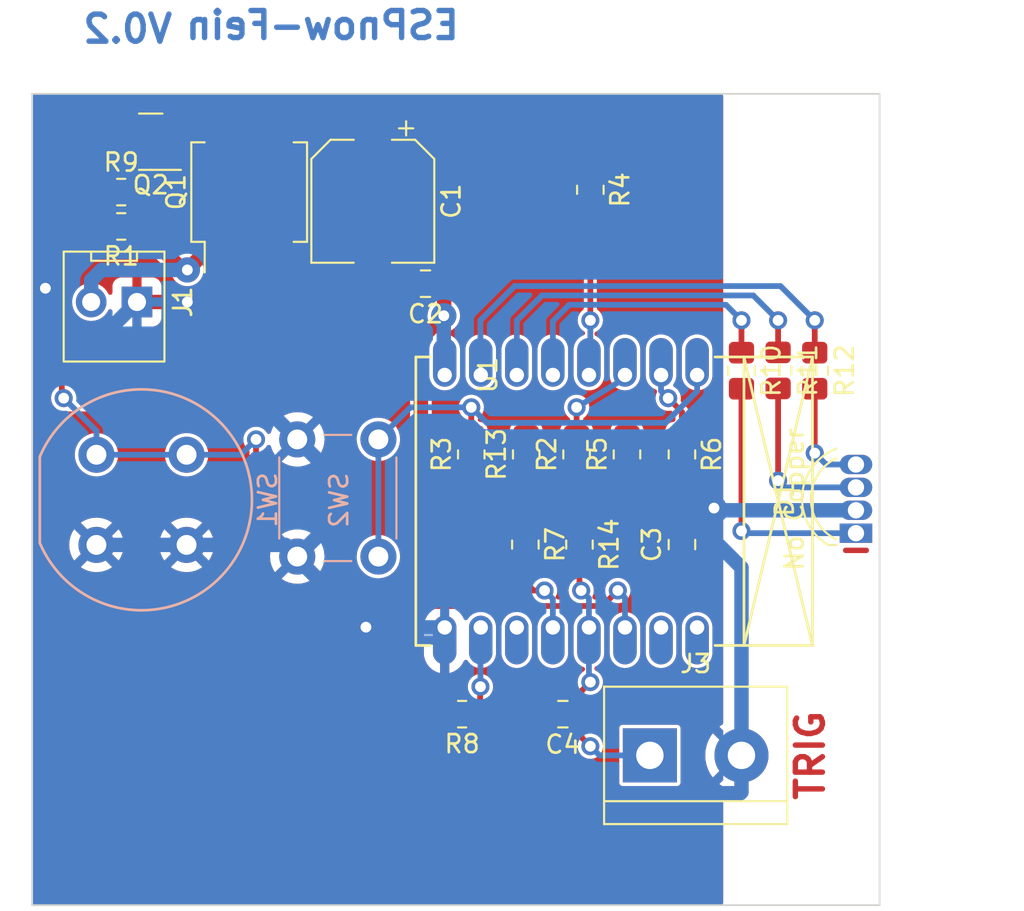
<source format=kicad_pcb>
(kicad_pcb (version 20211014) (generator pcbnew)
  (title_block (title "ESPnow-Remote-Fein") (date "2022-07-19") (rev "0.2"))
  (layers (0 "F.Cu" signal) (31 "B.Cu" signal) (34 "B.Paste" user) (35 "F.Paste" user) (36 "B.SilkS" user "B.Silkscreen") (37 "F.SilkS" user "F.Silkscreen") (38 "B.Mask" user) (39 "F.Mask" user) (44 "Edge.Cuts" user))
  (net 0 "")
  (net 1 "+3V3")
  (net 2 "GND")
  (net 3 "Net-(C3-Pad1)")
  (net 4 "Net-(C4-Pad1)")
  (net 5 "/Tx")
  (net 6 "/Rx")
  (net 7 "/EN")
  (net 8 "/~{RES}")
  (net 9 "/SELF")
  (net 10 "/V_IN")
  (net 11 "/~{BOOT}")
  (net 12 "Net-(R8-Pad1)")
  (net 13 "Net-(R10-Pad1)")
  (net 14 "Net-(R11-Pad1)")
  (net 15 "Net-(Q2-Pad2)")
  (net 16 "/PWR_IN")
  (net 18 "Net-(R10-Pad2)")
  (net 19 "Net-(R11-Pad2)")
  (net 20 "Net-(R12-Pad2)")
  (net 21 "Net-(U1-Pad7)")
  (net 22 "Net-(Q1-Pad4)")
  (net 23 "/spec")
  (footprint "Resistor_SMD:R_0805_2012Metric_Pad1.20x1.40mm_HandSolder" (layer "F.Cu") (at 53.848 73.406 180)
    (fp_text reference "R8" (at 0 -1.65) (layer "F.SilkS"))
    (fp_text value "10k")
    (fp_line (start -0.227064 0.735) (end 0.227064 0.735) (layer "F.SilkS") (width 0.12))
    (fp_line (start -0.227064 -0.735) (end 0.227064 -0.735) (layer "F.SilkS") (width 0.12))
    (pad "1" smd roundrect (at -1 0 180) (size 1.2 1.4) (layers "F.Cu" "F.Paste" "F.Mask") (roundrect_rratio 0.208333) (net 12 "Net-(R8-Pad1)"))
    (pad "2" smd roundrect (at 1 0 180) (size 1.2 1.4) (layers "F.Cu" "F.Paste" "F.Mask") (roundrect_rratio 0.208333) (net 2 "GND"))
  )
  (footprint "Resistor_SMD:R_0805_2012Metric_Pad1.20x1.40mm_HandSolder" (layer "F.Cu") (at 57.404 59 90)
    (fp_text reference "R13" (at 0 -1.65 90) (layer "F.SilkS"))
    (fp_text value "10k")
    (fp_line (start -0.227064 -0.735) (end 0.227064 -0.735) (layer "F.SilkS") (width 0.12))
    (fp_line (start -0.227064 0.735) (end 0.227064 0.735) (layer "F.SilkS") (width 0.12))
    (pad "1" smd roundrect (at -1 0 90) (size 1.2 1.4) (layers "F.Cu" "F.Paste" "F.Mask") (roundrect_rratio 0.208333) (net 1 "+3V3"))
    (pad "2" smd roundrect (at 1 0 90) (size 1.2 1.4) (layers "F.Cu" "F.Paste" "F.Mask") (roundrect_rratio 0.208333) (net 3 "Net-(C3-Pad1)"))
  )
  (footprint "Resistor_SMD:R_0805_2012Metric_Pad1.20x1.40mm_HandSolder" (layer "F.Cu") (at 34.941 46.355 180)
    (fp_text reference "R1" (at 0 -1.65) (layer "F.SilkS"))
    (fp_text value "10k")
    (fp_line (start -0.227064 -0.735) (end 0.227064 -0.735) (layer "F.SilkS") (width 0.12))
    (fp_line (start -0.227064 0.735) (end 0.227064 0.735) (layer "F.SilkS") (width 0.12))
    (pad "1" smd roundrect (at -1 0 180) (size 1.2 1.4) (layers "F.Cu" "F.Paste" "F.Mask") (roundrect_rratio 0.208333) (net 16 "/PWR_IN"))
    (pad "2" smd roundrect (at 1 0 180) (size 1.2 1.4) (layers "F.Cu" "F.Paste" "F.Mask") (roundrect_rratio 0.208333) (net 23 "/spec"))
  )
  (footprint "LED_THT:LED_D5.0mm-4_RGB" (layer "F.Cu") (at 75.692 63.368 90)
    (fp_text reference "D1" (at 1.905 -3.96 90) (layer "F.SilkS"))
    (fp_text value "LED_RKGB")
    (fp_line (start -0.655 -1.545) (end -0.655 -1.08) (layer "F.SilkS") (width 0.12))
    (fp_arc (start -0.349684 -1.08) (mid 1.904762 -2.5) (end 4.159479 -1.080429) (layer "F.SilkS") (width 0.12))
    (fp_arc (start -0.655 -1.54483) (mid 2.163456 -2.978809) (end 4.692815 -1.080827) (layer "F.SilkS") (width 0.12))
    (pad "1" thru_hole rect (at 0 0 90) (size 1.07 1.8) (drill 0.9) (layers *.Cu *.Mask) (net 18 "Net-(R10-Pad2)"))
    (pad "2" thru_hole oval (at 1.27 0 90) (size 1.07 1.8) (drill 0.9) (layers *.Cu *.Mask) (net 2 "GND"))
    (pad "3" thru_hole oval (at 2.54 0 90) (size 1.07 1.8) (drill 0.9) (layers *.Cu *.Mask) (net 19 "Net-(R11-Pad2)"))
    (pad "4" thru_hole oval (at 3.81 0 90) (size 1.07 1.8) (drill 0.9) (layers *.Cu *.Mask) (net 20 "Net-(R12-Pad2)"))
  )
  (footprint "Resistor_SMD:R_0805_2012Metric_Pad1.20x1.40mm_HandSolder" (layer "F.Cu") (at 66.04 59 -90)
    (fp_text reference "R6" (at 0 -1.65 90) (layer "F.SilkS"))
    (fp_text value "10k")
    (fp_line (start -0.227064 -0.735) (end 0.227064 -0.735) (layer "F.SilkS") (width 0.12))
    (fp_line (start -0.227064 0.735) (end 0.227064 0.735) (layer "F.SilkS") (width 0.12))
    (pad "1" smd roundrect (at -1 0 270) (size 1.2 1.4) (layers "F.Cu" "F.Paste" "F.Mask") (roundrect_rratio 0.208333) (net 10 "/V_IN"))
    (pad "2" smd roundrect (at 1 0 270) (size 1.2 1.4) (layers "F.Cu" "F.Paste" "F.Mask") (roundrect_rratio 0.208333) (net 2 "GND"))
  )
  (footprint "Capacitor_SMD:C_0805_2012Metric_Pad1.18x1.45mm_HandSolder" (layer "F.Cu") (at 51.816 49.53 180)
    (fp_text reference "C2" (at 0 -1.68) (layer "F.SilkS"))
    (fp_text value "220n")
    (fp_line (start -0.261252 -0.735) (end 0.261252 -0.735) (layer "F.SilkS") (width 0.12))
    (fp_line (start -0.261252 0.735) (end 0.261252 0.735) (layer "F.SilkS") (width 0.12))
    (pad "1" smd roundrect (at -1.0375 0 180) (size 1.175 1.45) (layers "F.Cu" "F.Paste" "F.Mask") (roundrect_rratio 0.212766) (net 1 "+3V3"))
    (pad "2" smd roundrect (at 1.0375 0 180) (size 1.175 1.45) (layers "F.Cu" "F.Paste" "F.Mask") (roundrect_rratio 0.212766) (net 2 "GND"))
  )
  (footprint "Resistor_SMD:R_0805_2012Metric_Pad1.20x1.40mm_HandSolder" (layer "F.Cu") (at 57.356 64 -90)
    (fp_text reference "R7" (at 0 -1.65 90) (layer "F.SilkS"))
    (fp_text value "10k")
    (fp_line (start -0.227064 0.735) (end 0.227064 0.735) (layer "F.SilkS") (width 0.12))
    (fp_line (start -0.227064 -0.735) (end 0.227064 -0.735) (layer "F.SilkS") (width 0.12))
    (pad "1" smd roundrect (at -1 0 270) (size 1.2 1.4) (layers "F.Cu" "F.Paste" "F.Mask") (roundrect_rratio 0.208333) (net 1 "+3V3"))
    (pad "2" smd roundrect (at 1 0 270) (size 1.2 1.4) (layers "F.Cu" "F.Paste" "F.Mask") (roundrect_rratio 0.208333) (net 11 "/~{BOOT}"))
  )
  (footprint "Resistor_SMD:R_0805_2012Metric_Pad1.20x1.40mm_HandSolder" (layer "F.Cu") (at 60.96 44.323 -90)
    (fp_text reference "R4" (at 0 -1.65 90) (layer "F.SilkS"))
    (fp_text value "10k")
    (fp_line (start -0.227064 0.735) (end 0.227064 0.735) (layer "F.SilkS") (width 0.12))
    (fp_line (start -0.227064 -0.735) (end 0.227064 -0.735) (layer "F.SilkS") (width 0.12))
    (pad "1" smd roundrect (at -1 0 270) (size 1.2 1.4) (layers "F.Cu" "F.Paste" "F.Mask") (roundrect_rratio 0.208333) (net 15 "Net-(Q2-Pad2)"))
    (pad "2" smd roundrect (at 1 0 270) (size 1.2 1.4) (layers "F.Cu" "F.Paste" "F.Mask") (roundrect_rratio 0.208333) (net 9 "/SELF"))
  )
  (footprint "Resistor_SMD:R_0805_2012Metric_Pad1.20x1.40mm_HandSolder" (layer "F.Cu") (at 71.374 54.34 -90)
    (fp_text reference "R11" (at 0 -1.65 90) (layer "F.SilkS"))
    (fp_text value "470R")
    (fp_line (start -0.227064 0.735) (end 0.227064 0.735) (layer "F.SilkS") (width 0.12))
    (fp_line (start -0.227064 -0.735) (end 0.227064 -0.735) (layer "F.SilkS") (width 0.12))
    (pad "1" smd roundrect (at -1 0 270) (size 1.2 1.4) (layers "F.Cu" "F.Paste" "F.Mask") (roundrect_rratio 0.208333) (net 14 "Net-(R11-Pad1)"))
    (pad "2" smd roundrect (at 1 0 270) (size 1.2 1.4) (layers "F.Cu" "F.Paste" "F.Mask") (roundrect_rratio 0.208333) (net 19 "Net-(R11-Pad2)"))
  )
  (footprint "Resistor_SMD:R_0805_2012Metric_Pad1.20x1.40mm_HandSolder" (layer "F.Cu") (at 60.356 64 -90)
    (fp_text reference "R14" (at 0 -1.65 90) (layer "F.SilkS"))
    (fp_text value "10k")
    (fp_line (start -0.227064 0.735) (end 0.227064 0.735) (layer "F.SilkS") (width 0.12))
    (fp_line (start -0.227064 -0.735) (end 0.227064 -0.735) (layer "F.SilkS") (width 0.12))
    (pad "1" smd roundrect (at -1 0 270) (size 1.2 1.4) (layers "F.Cu" "F.Paste" "F.Mask") (roundrect_rratio 0.208333) (net 1 "+3V3"))
    (pad "2" smd roundrect (at 1 0 270) (size 1.2 1.4) (layers "F.Cu" "F.Paste" "F.Mask") (roundrect_rratio 0.208333) (net 4 "Net-(C4-Pad1)"))
  )
  (footprint "Resistor_SMD:R_0805_2012Metric_Pad1.20x1.40mm_HandSolder" (layer "F.Cu") (at 73.406 54.356 -90)
    (fp_text reference "R12" (at 0 -1.65 90) (layer "F.SilkS"))
    (fp_text value "470R")
    (fp_line (start -0.227064 -0.735) (end 0.227064 -0.735) (layer "F.SilkS") (width 0.12))
    (fp_line (start -0.227064 0.735) (end 0.227064 0.735) (layer "F.SilkS") (width 0.12))
    (pad "1" smd roundrect (at -1 0 270) (size 1.2 1.4) (layers "F.Cu" "F.Paste" "F.Mask") (roundrect_rratio 0.208333) (net 21 "Net-(U1-Pad7)"))
    (pad "2" smd roundrect (at 1 0 270) (size 1.2 1.4) (layers "F.Cu" "F.Paste" "F.Mask") (roundrect_rratio 0.208333) (net 20 "Net-(R12-Pad2)"))
  )
  (footprint "Capacitor_SMD:C_0805_2012Metric_Pad1.18x1.45mm_HandSolder" (layer "F.Cu") (at 66.04 64 90)
    (fp_text reference "C3" (at 0 -1.68 90) (layer "F.SilkS"))
    (fp_text value "10n")
    (fp_line (start -0.261252 -0.735) (end 0.261252 -0.735) (layer "F.SilkS") (width 0.12))
    (fp_line (start -0.261252 0.735) (end 0.261252 0.735) (layer "F.SilkS") (width 0.12))
    (pad "1" smd roundrect (at -1.0375 0 90) (size 1.175 1.45) (layers "F.Cu" "F.Paste" "F.Mask") (roundrect_rratio 0.212766) (net 3 "Net-(C3-Pad1)"))
    (pad "2" smd roundrect (at 1.0375 0 90) (size 1.175 1.45) (layers "F.Cu" "F.Paste" "F.Mask") (roundrect_rratio 0.212766) (net 2 "GND"))
  )
  (footprint "Resistor_SMD:R_0805_2012Metric_Pad1.20x1.40mm_HandSolder" (layer "F.Cu") (at 62.992 59 90)
    (fp_text reference "R5" (at 0 -1.65 90) (layer "F.SilkS"))
    (fp_text value "27k")
    (fp_line (start -0.227064 0.735) (end 0.227064 0.735) (layer "F.SilkS") (width 0.12))
    (fp_line (start -0.227064 -0.735) (end 0.227064 -0.735) (layer "F.SilkS") (width 0.12))
    (pad "1" smd roundrect (at -1 0 90) (size 1.2 1.4) (layers "F.Cu" "F.Paste" "F.Mask") (roundrect_rratio 0.208333) (net 1 "+3V3"))
    (pad "2" smd roundrect (at 1 0 90) (size 1.2 1.4) (layers "F.Cu" "F.Paste" "F.Mask") (roundrect_rratio 0.208333) (net 10 "/V_IN"))
  )
  (footprint "Package_SO:SO-8_5.3x6.2mm_P1.27mm" (layer "F.Cu") (at 42.037 44.45 90)
    (fp_text reference "Q1" (at 0 -4.05 90) (layer "F.SilkS"))
    (fp_text value "IRF7425")
    (fp_line (start 0 -3.21) (end 2.76 -3.21) (layer "F.SilkS") (width 0.12))
    (fp_line (start 0 3.21) (end 2.76 3.21) (layer "F.SilkS") (width 0.12))
    (fp_line (start -2.76 3.21) (end -2.76 2.465) (layer "F.SilkS") (width 0.12))
    (fp_line (start 2.76 -3.21) (end 2.76 -2.465) (layer "F.SilkS") (width 0.12))
    (fp_line (start -2.76 -3.21) (end -2.76 -2.465) (layer "F.SilkS") (width 0.12))
    (fp_line (start -2.76 -2.465) (end -4.45 -2.465) (layer "F.SilkS") (width 0.12))
    (fp_line (start 0 -3.21) (end -2.76 -3.21) (layer "F.SilkS") (width 0.12))
    (fp_line (start 0 3.21) (end -2.76 3.21) (layer "F.SilkS") (width 0.12))
    (fp_line (start 2.76 3.21) (end 2.76 2.465) (layer "F.SilkS") (width 0.12))
    (pad "1" smd roundrect (at -3.5 -1.905 90) (size 1.9 0.6) (layers "F.Cu" "F.Paste" "F.Mask") (net 16 "/PWR_IN"))
    (pad "2" smd roundrect (at -3.5 -0.635 90) (size 1.9 0.6) (layers "F.Cu" "F.Paste" "F.Mask") (net 16 "/PWR_IN"))
    (pad "3" smd roundrect (at -3.5 0.635 90) (size 1.9 0.6) (layers "F.Cu" "F.Paste" "F.Mask") (net 16 "/PWR_IN"))
    (pad "4" smd roundrect (at -3.5 1.905 90) (size 1.9 0.6) (layers "F.Cu" "F.Paste" "F.Mask") (net 22 "Net-(Q1-Pad4)"))
    (pad "5" smd roundrect (at 3.5 1.905 90) (size 1.9 0.6) (layers "F.Cu" "F.Paste" "F.Mask") (net 1 "+3V3"))
    (pad "6" smd roundrect (at 3.5 0.635 90) (size 1.9 0.6) (layers "F.Cu" "F.Paste" "F.Mask") (net 1 "+3V3"))
    (pad "7" smd roundrect (at 3.5 -0.635 90) (size 1.9 0.6) (layers "F.Cu" "F.Paste" "F.Mask") (net 1 "+3V3"))
    (pad "8" smd roundrect (at 3.5 -1.905 90) (size 1.9 0.6) (layers "F.Cu" "F.Paste" "F.Mask") (net 1 "+3V3"))
  )
  (footprint "Capacitor_SMD:C_0805_2012Metric_Pad1.18x1.45mm_HandSolder" (layer "F.Cu") (at 59.436 73.406 180)
    (fp_text reference "C4" (at 0 -1.68) (layer "F.SilkS"))
    (fp_text value "10n")
    (fp_line (start -0.261252 -0.735) (end 0.261252 -0.735) (layer "F.SilkS") (width 0.12))
    (fp_line (start -0.261252 0.735) (end 0.261252 0.735) (layer "F.SilkS") (width 0.12))
    (pad "1" smd roundrect (at -1.0375 0 180) (size 1.175 1.45) (layers "F.Cu" "F.Paste" "F.Mask") (roundrect_rratio 0.212766) (net 4 "Net-(C4-Pad1)"))
    (pad "2" smd roundrect (at 1.0375 0 180) (size 1.175 1.45) (layers "F.Cu" "F.Paste" "F.Mask") (roundrect_rratio 0.212766) (net 2 "GND"))
  )
  (footprint "Resistor_SMD:R_0805_2012Metric_Pad1.20x1.40mm_HandSolder" (layer "F.Cu") (at 34.941 44.45)
    (fp_text reference "R9" (at 0 -1.65) (layer "F.SilkS"))
    (fp_text value "100k")
    (fp_line (start -0.227064 0.735) (end 0.227064 0.735) (layer "F.SilkS") (width 0.12))
    (fp_line (start -0.227064 -0.735) (end 0.227064 -0.735) (layer "F.SilkS") (width 0.12))
    (pad "1" smd roundrect (at -1 0) (size 1.2 1.4) (layers "F.Cu" "F.Paste" "F.Mask") (roundrect_rratio 0.208333) (net 23 "/spec"))
    (pad "2" smd roundrect (at 1 0) (size 1.2 1.4) (layers "F.Cu" "F.Paste" "F.Mask") (roundrect_rratio 0.208333) (net 22 "Net-(Q1-Pad4)"))
  )
  (footprint "TerminalBlock:TerminalBlock_bornier-2_P5.08mm" (layer "F.Cu") (at 64.262 75.692)
    (fp_text reference "J3" (at 2.54 -5.08) (layer "F.SilkS"))
    (fp_text value "TRIG")
    (fp_line (start 7.62 -3.81) (end -2.54 -3.81) (layer "F.SilkS") (width 0.12))
    (fp_line (start -2.54 3.81) (end 7.62 3.81) (layer "F.SilkS") (width 0.12))
    (fp_line (start -2.54 -3.81) (end -2.54 3.81) (layer "F.SilkS") (width 0.12))
    (fp_line (start 7.62 2.54) (end -2.54 2.54) (layer "F.SilkS") (width 0.12))
    (fp_line (start 7.62 3.81) (end 7.62 -3.81) (layer "F.SilkS") (width 0.12))
    (pad "1" thru_hole rect (at 0 0) (size 3 3) (drill 1.52) (layers *.Cu *.Mask) (net 4 "Net-(C4-Pad1)"))
    (pad "2" thru_hole circle (at 5.08 0) (size 3 3) (drill 1.52) (layers *.Cu *.Mask) (net 2 "GND"))
  )
  (footprint "Resistor_SMD:R_0805_2012Metric_Pad1.20x1.40mm_HandSolder" (layer "F.Cu") (at 60.198 59 90)
    (fp_text reference "R2" (at 0 -1.65 90) (layer "F.SilkS"))
    (fp_text value "10k")
    (fp_line (start -0.227064 -0.735) (end 0.227064 -0.735) (layer "F.SilkS") (width 0.12))
    (fp_line (start -0.227064 0.735) (end 0.227064 0.735) (layer "F.SilkS") (width 0.12))
    (pad "1" smd roundrect (at -1 0 90) (size 1.2 1.4) (layers "F.Cu" "F.Paste" "F.Mask") (roundrect_rratio 0.208333) (net 1 "+3V3"))
    (pad "2" smd roundrect (at 1 0 90) (size 1.2 1.4) (layers "F.Cu" "F.Paste" "F.Mask") (roundrect_rratio 0.208333) (net 7 "/EN"))
  )
  (footprint "00Connector:PinHeader_1x02_P2.54mm_Vertical" (layer "F.Cu") (at 35.814 50.546 -90)
    (fp_text reference "J1" (at 0 -2.54 90) (layer "F.SilkS"))
    (fp_text value "2*AA")
    (fp_line (start -2.286 2.54) (end -2.794 2.54) (layer "F.SilkS") (width 0.12))
    (fp_line (start -2.794 0) (end -2.286 0) (layer "F.SilkS") (width 0.12))
    (fp_line (start -2.286 0) (end -2.286 2.54) (layer "F.SilkS") (width 0.12))
    (fp_rect (start -2.794 -1.524) (end 3.302 4.064) (layer "F.SilkS") (width 0.12) (fill none))
    (pad "1" thru_hole rect (at 0 0 270) (size 1.7 1.7) (drill 1) (layers *.Cu *.Mask) (net 2 "GND"))
    (pad "2" thru_hole oval (at 0 2.54 270) (size 1.7 1.7) (drill 1) (layers *.Cu *.Mask) (net 16 "/PWR_IN"))
  )
  (footprint "Resistor_SMD:R_0805_2012Metric_Pad1.20x1.40mm_HandSolder" (layer "F.Cu") (at 54.356 59 90)
    (fp_text reference "R3" (at 0 -1.65 90) (layer "F.SilkS"))
    (fp_text value "10k")
    (fp_line (start -0.227064 0.735) (end 0.227064 0.735) (layer "F.SilkS") (width 0.12))
    (fp_line (start -0.227064 -0.735) (end 0.227064 -0.735) (layer "F.SilkS") (width 0.12))
    (pad "1" smd roundrect (at -1 0 90) (size 1.2 1.4) (layers "F.Cu" "F.Paste" "F.Mask") (roundrect_rratio 0.208333) (net 1 "+3V3"))
    (pad "2" smd roundrect (at 1 0 90) (size 1.2 1.4) (layers "F.Cu" "F.Paste" "F.Mask") (roundrect_rratio 0.208333) (net 8 "/~{RES}"))
  )
  (footprint "Package_TO_SOT_SMD:SOT-23" (layer "F.Cu") (at 36.576 41.656 180)
    (fp_text reference "Q2" (at 0 -2.4) (layer "F.SilkS"))
    (fp_text value "BC847")
    (fp_line (start 0 1.56) (end 0.65 1.56) (layer "F.SilkS") (width 0.12))
    (fp_line (start 0 -1.56) (end 0.65 -1.56) (layer "F.SilkS") (width 0.12))
    (fp_line (start 0 -1.56) (end -1.675 -1.56) (layer "F.SilkS") (width 0.12))
    (fp_line (start 0 1.56) (end -0.65 1.56) (layer "F.SilkS") (width 0.12))
    (pad "1" smd roundrect (at -0.9375 -0.95 180) (size 1.475 0.6) (layers "F.Cu" "F.Paste" "F.Mask") (net 22 "Net-(Q1-Pad4)"))
    (pad "2" smd roundrect (at -0.9375 0.95 180) (size 1.475 0.6) (layers "F.Cu" "F.Paste" "F.Mask") (net 15 "Net-(Q2-Pad2)"))
    (pad "3" smd roundrect (at 0.9375 0 180) (size 1.475 0.6) (layers "F.Cu" "F.Paste" "F.Mask") (net 2 "GND"))
  )
  (footprint "ESP_07_THT:ESP-07_tht" (layer "F.Cu") (at 66.881 54.595 -90)
    (fp_text reference "U1" (at 0 11.6 90) (layer "F.SilkS"))
    (fp_text value "ESP-07")
    (fp_text user "No Copper" (at 6.892 -5.4 90) (layer "F.SilkS"))
    (fp_line (start 15 15.6) (end 15 14.8) (layer "F.SilkS") (width 0.1524))
    (fp_line (start -1 -6.4) (end 15 -2.6) (layer "F.SilkS") (width 0.1524))
    (fp_line (start -1 -6.4) (end 15 -6.4) (layer "F.SilkS") (width 0.1524))
    (fp_line (start 15 -6.4) (end 15 -1) (layer "F.SilkS") (width 0.1524))
    (fp_line (start -1.008 -2.6) (end 14.992 -2.6) (layer "F.SilkS") (width 0.1524))
    (fp_line (start 15 -6.4) (end -1 -2.6) (layer "F.SilkS") (width 0.1524))
    (fp_line (start -1 15.6) (end 15 15.6) (layer "F.SilkS") (width 0.1524))
    (fp_line (start -1 -6.4) (end -1 -1) (layer "F.SilkS") (width 0.1524))
    (fp_line (start -1 14.8) (end -1 15.6) (layer "F.SilkS") (width 0.1524))
    (pad "1" thru_hole oval locked (at 0 0 270) (size 2.7 1.3) (drill 0.8 (offset -0.7 0)) (layers *.Cu *.Mask) (net 8 "/~{RES}"))
    (pad "2" thru_hole oval locked (at 0 2 270) (size 2.7 1.3) (drill 0.8 (offset -0.7 0)) (layers *.Cu *.Mask) (net 10 "/V_IN"))
    (pad "3" thru_hole oval locked (at 0 4 270) (size 2.7 1.3) (drill 0.8 (offset -0.7 0)) (layers *.Cu *.Mask) (net 7 "/EN"))
    (pad "4" thru_hole oval locked (at 0 6 270) (size 2.7 1.3) (drill 0.8 (offset -0.7 0)) (layers *.Cu *.Mask) (net 9 "/SELF"))
    (pad "5" thru_hole oval locked (at 0 8 270) (size 2.7 1.3) (drill 0.8 (offset -0.7 0)) (layers *.Cu *.Mask) (net 13 "Net-(R10-Pad1)"))
    (pad "6" thru_hole oval locked (at 0 10 270) (size 2.7 1.3) (drill 0.8 (offset -0.7 0)) (layers *.Cu *.Mask) (net 14 "Net-(R11-Pad1)"))
    (pad "7" thru_hole oval locked (at 0 12 270) (size 2.7 1.3) (drill 0.8 (offset -0.7 0)) (layers *.Cu *.Mask) (net 21 "Net-(U1-Pad7)"))
    (pad "8" thru_hole oval locked (at 0 14 270) (size 2.7 1.3) (drill 0.8 (offset -0.7 0)) (layers *.Cu *.Mask) (net 1 "+3V3"))
    (pad "9" thru_hole oval locked (at 14 14 270) (size 2.7 1.3) (drill 0.8 (offset 0.7 0)) (layers *.Cu *.Mask) (net 2 "GND"))
    (pad "10" thru_hole oval locked (at 14 12 270) (size 2.7 1.3) (drill 0.8 (offset 0.7 0)) (layers *.Cu *.Mask) (net 12 "Net-(R8-Pad1)"))
    (pad "11" thru_hole oval locked (at 14 10 270) (size 2.7 1.3) (drill 0.8 (offset 0.7 0)) (layers *.Cu *.Mask))
    (pad "12" thru_hole oval locked (at 14 8 270) (size 2.7 1.3) (drill 0.8 (offset 0.7 0)) (layers *.Cu *.Mask) (net 11 "/~{BOOT}"))
    (pad "13" thru_hole oval locked (at 14 6 270) (size 2.7 1.3) (drill 0.8 (offset 0.7 0)) (layers *.Cu *.Mask) (net 4 "Net-(C4-Pad1)"))
    (pad "14" thru_hole oval locked (at 14 4 270) (size 2.7 1.3) (drill 0.8 (offset 0.7 0)) (layers *.Cu *.Mask) (net 23 "/spec"))
    (pad "15" thru_hole oval locked (at 14 2 270) (size 2.7 1.3) (drill 0.8 (offset 0.7 0)) (layers *.Cu *.Mask) (net 6 "/Rx"))
    (pad "16" thru_hole oval locked (at 14 0 270) (size 2.7 1.3) (drill 0.8 (offset 0.7 0)) (layers *.Cu *.Mask) (net 5 "/Tx"))
  )
  (footprint "Resistor_SMD:R_0805_2012Metric_Pad1.20x1.40mm_HandSolder" (layer "F.Cu") (at 69.342 54.356 -90)
    (fp_text reference "R10" (at 0 -1.65 90) (layer "F.SilkS"))
    (fp_text value "470R")
    (fp_line (start -0.227064 -0.735) (end 0.227064 -0.735) (layer "F.SilkS") (width 0.12))
    (fp_line (start -0.227064 0.735) (end 0.227064 0.735) (layer "F.SilkS") (width 0.12))
    (pad "1" smd roundrect (at -1 0 270) (size 1.2 1.4) (layers "F.Cu" "F.Paste" "F.Mask") (roundrect_rratio 0.208333) (net 13 "Net-(R10-Pad1)"))
    (pad "2" smd roundrect (at 1 0 270) (size 1.2 1.4) (layers "F.Cu" "F.Paste" "F.Mask") (roundrect_rratio 0.208333) (net 18 "Net-(R10-Pad2)"))
  )
  (footprint "Capacitor_SMD:CP_Elec_6.3x3" (layer "F.Cu") (at 48.895 44.958 -90)
    (fp_text reference "C1" (at 0 -4.35 90) (layer "F.SilkS"))
    (fp_text value "100uF")
    (fp_line (start -2.345563 3.41) (end 3.41 3.41) (layer "F.SilkS") (width 0.12))
    (fp_line (start -3.41 2.345563) (end -2.345563 3.41) (layer "F.SilkS") (width 0.12))
    (fp_line (start -3.41 -2.345563) (end -3.41 -1.06) (layer "F.SilkS") (width 0.12))
    (fp_line (start -3.41 -2.345563) (end -2.345563 -3.41) (layer "F.SilkS") (width 0.12))
    (fp_line (start -4.04375 -2.24125) (end -4.04375 -1.45375) (layer "F.SilkS") (width 0.12))
    (fp_line (start 3.41 -3.41) (end 3.41 -1.06) (layer "F.SilkS") (width 0.12))
    (fp_line (start -3.41 2.345563) (end -3.41 1.06) (layer "F.SilkS") (width 0.12))
    (fp_line (start 3.41 3.41) (end 3.41 1.06) (layer "F.SilkS") (width 0.12))
    (fp_line (start -2.345563 -3.41) (end 3.41 -3.41) (layer "F.SilkS") (width 0.12))
    (fp_line (start -4.4375 -1.8475) (end -3.65 -1.8475) (layer "F.SilkS") (width 0.12))
    (pad "1" smd roundrect (at -2.7 0 270) (size 3.5 1.6) (layers "F.Cu" "F.Paste" "F.Mask") (roundrect_rratio 0.15625) (net 1 "+3V3"))
    (pad "2" smd roundrect (at 2.7 0 270) (size 3.5 1.6) (layers "F.Cu" "F.Paste" "F.Mask") (roundrect_rratio 0.15625) (net 2 "GND"))
  )
  (footprint "Button_Switch_THT:Push_E-Switch_KS01Q01" (layer "B.Cu") (at 38.565743 64.018 90)
    (fp_text reference "SW1" (at 2.5 4.5 90) (layer "B.SilkS") (effects (justify mirror)))
    (fp_text value "SW_Push")
    (fp_line (start 4.89 -8.14) (end 0.11 -8.14) (layer "B.SilkS") (width 0.15))
    (fp_arc (start 4.896843 -8.137095) (mid 2.496283 3.625494) (end 0.11 -8.14) (layer "B.SilkS") (width 0.15))
    (pad "1" thru_hole circle (at 0 0 90) (size 2 2) (drill 1.1) (layers *.Cu *.Mask) (net 2 "GND"))
    (pad "2" thru_hole circle (at 5 0 90) (size 2 2) (drill 1.1) (layers *.Cu *.Mask) (net 23 "/spec"))
    (pad "3" thru_hole circle (at 0 -5 90) (size 2 2) (drill 1.1) (layers *.Cu *.Mask) (net 2 "GND"))
    (pad "4" thru_hole circle (at 5 -5 90) (size 2 2) (drill 1.1) (layers *.Cu *.Mask) (net 23 "/spec"))
  )
  (footprint "Button_Switch_THT:SW_PUSH_6mm_H4.3mm" (layer "B.Cu") (at 44.704 58.166 -90)
    (fp_text reference "SW2" (at 3.3688 -2.3116 90) (layer "B.SilkS") (effects (justify mirror)))
    (fp_text value "RES")
    (fp_line (start 6.75 -3) (end 6.75 -1.5) (layer "B.SilkS") (width 0.12))
    (fp_line (start 1 -5.5) (end 5.5 -5.5) (layer "B.SilkS") (width 0.12))
    (fp_line (start 5.5 1) (end 1 1) (layer "B.SilkS") (width 0.12))
    (fp_line (start -0.25 -1.5) (end -0.25 -3) (layer "B.SilkS") (width 0.12))
    (pad "1" thru_hole circle (at 0 0 180) (size 2 2) (drill 1.1) (layers *.Cu *.Mask) (net 2 "GND"))
    (pad "1" thru_hole circle (at 6.5 0 180) (size 2 2) (drill 1.1) (layers *.Cu *.Mask) (net 2 "GND"))
    (pad "2" thru_hole circle (at 6.5 -4.5 180) (size 2 2) (drill 1.1) (layers *.Cu *.Mask) (net 8 "/~{RES}"))
    (pad "2" thru_hole circle (at 0 -4.5 180) (size 2 2) (drill 1.1) (layers *.Cu *.Mask) (net 8 "/~{RES}"))
  )
  (gr_line locked (start 77 84) (end 30 84) (layer "Edge.Cuts") (width 0.1))
  (gr_line locked (start 77 39) (end 77 84) (layer "Edge.Cuts") (width 0.1))
  (gr_line locked (start 30 84) (end 30 39) (layer "Edge.Cuts") (width 0.1))
  (gr_line locked (start 30 39) (end 77 39) (layer "Edge.Cuts") (width 0.1))
  (gr_text "+  -" (at 34.798 54.61) (layer "F.Cu") (effects (font (size 1.5 1.5) (thickness 0.3))))
  (gr_text "_\n" (at 75.692 63.5) (layer "F.Cu") (effects (font (size 1.5 1.5) (thickness 0.3)) (justify mirror)))
  (gr_text "TRIG" (at 73.152 75.692 90) (layer "F.Cu") (effects (font (size 1.5 1.5) (thickness 0.3))))
  (gr_text "1" (at 40.132 45.72) (layer "F.Cu") (effects (font (size 1.5 1.5) (thickness 0.3))))
  (gr_text "RST" (at 46.99 55.626 270) (layer "F.Cu") (effects (font (size 1.5 1.5) (thickness 0.3))))
  (gr_text "C@mpus-\nWoche 2022" (at 38.354 73.152) (layer "F.Cu") (effects (font (size 1.5 1.5) (thickness 0.3))))
  (gr_text "ESPnow-Fein" (at 46.1 35.2) (layer "B.Cu") (effects (font (size 1.5 1.5) (thickness 0.3)) (justify mirror)))
  (gr_text "V0.2\n" (at 35.3 35.4) (layer "B.Cu") (effects (font (size 1.5 1.5) (thickness 0.3)) (justify mirror)))
  (segment (start 60.356 61.88) (end 59.944 61.468) (width 0.8) (layer "F.Cu") (net 1))
  (segment (start 62.992 60.96) (end 62.992 60) (width 0.8) (layer "F.Cu") (net 1))
  (segment (start 56.896 61.468) (end 59.944 61.468) (width 0.8) (layer "F.Cu") (net 1))
  (segment (start 48.895 42.258) (end 51.148 42.258) (width 0.8) (layer "F.Cu") (net 1))
  (segment (start 54.356 60) (end 54.356 60.96) (width 0.8) (layer "F.Cu") (net 1))
  (segment (start 52.8535 51.2865) (end 52.832 51.308) (width 0.8) (layer "F.Cu") (net 1))
  (segment (start 45.522 40.95) (end 46.83 42.258) (width 0.8) (layer "F.Cu") (net 1))
  (segment (start 57.356 60) (end 57.356 61.008) (width 0.8) (layer "F.Cu") (net 1))
  (segment (start 52.8535 51.2865) (end 51.562 52.578) (width 0.8) (layer "F.Cu") (net 1))
  (segment (start 40.132 40.95) (end 45.522 40.95) (width 0.8) (layer "F.Cu") (net 1))
  (segment (start 60.356 61.056) (end 60.356 60) (width 0.8) (layer "F.Cu") (net 1))
  (segment (start 57.356 63) (end 57.356 61.928) (width 0.8) (layer "F.Cu") (net 1))
  (segment (start 59.944 61.468) (end 60.356 61.056) (width 0.8) (layer "F.Cu") (net 1))
  (segment (start 60.356 63) (end 60.356 61.88) (width 0.8) (layer "F.Cu") (net 1))
  (segment (start 51.562 60.706) (end 52.324 61.468) (width 0.8) (layer "F.Cu") (net 1))
  (segment (start 51.148 42.258) (end 52.8535 43.9635) (width 0.8) (layer "F.Cu") (net 1))
  (segment (start 59.944 61.468) (end 62.484 61.468) (width 0.8) (layer "F.Cu") (net 1))
  (segment (start 53.848 61.468) (end 56.896 61.468) (width 0.8) (layer "F.Cu") (net 1))
  (segment (start 57.356 61.928) (end 56.896 61.468) (width 0.8) (layer "F.Cu") (net 1))
  (segment (start 52.8535 49.53) (end 52.8535 51.2865) (width 0.8) (layer "F.Cu") (net 1))
  (segment (start 62.484 61.468) (end 62.992 60.96) (width 0.8) (layer "F.Cu") (net 1))
  (segment (start 52.8535 43.9635) (end 52.8535 49.53) (width 0.8) (layer "F.Cu") (net 1))
  (segment (start 46.83 42.258) (end 48.895 42.258) (width 0.8) (layer "F.Cu") (net 1))
  (segment (start 51.562 52.578) (end 51.562 60.706) (width 0.8) (layer "F.Cu") (net 1))
  (segment (start 54.356 60.96) (end 53.848 61.468) (width 0.8) (layer "F.Cu") (net 1))
  (segment (start 52.324 61.468) (end 53.848 61.468) (width 0.8) (layer "F.Cu") (net 1))
  (segment (start 57.356 61.008) (end 56.896 61.468) (width 0.8) (layer "F.Cu") (net 1))
  (via (at 52.832 51.308) (size 1.4) (drill 0.6) (layers "F.Cu" "B.Cu") (net 1))
  (segment (start 52.832 54.546) (end 52.881 54.595) (width 0.8) (layer "B.Cu") (net 1))
  (segment (start 52.832 51.308) (end 52.832 54.546) (width 0.8) (layer "B.Cu") (net 1))
  (segment (start 54.356 75.692) (end 52.848 74.184) (width 0.8) (layer "F.Cu") (net 2))
  (segment (start 50.7785 49.53) (end 50.7785 48.2385) (width 0.8) (layer "F.Cu") (net 2))
  (segment (start 57.404 75.692) (end 54.356 75.692) (width 0.8) (layer "F.Cu") (net 2))
  (segment (start 30.734 49.784) (end 30.734 44.45) (width 0.8) (layer "F.Cu") (net 2))
  (segment (start 47.338 47.658) (end 48.895 47.658) (width 0.8) (layer "F.Cu") (net 2))
  (segment (start 46.482 48.514) (end 47.338 47.658) (width 0.8) (layer "F.Cu") (net 2))
  (segment (start 66.04 61.468) (end 66.04 60) (width 0.8) (layer "F.Cu") (net 2))
  (segment (start 67.818 61.976) (end 67.31 61.468) (width 0.8) (layer "F.Cu") (net 2))
  (segment (start 58.3985 74.6975) (end 57.404 75.692) (width 0.8) (layer "F.Cu") (net 2))
  (segment (start 30.734 44.45) (end 33.528 41.656) (width 0.8) (layer "F.Cu") (net 2))
  (segment (start 58.3985 73.152) (end 58.42 73.1735) (width 0.8) (layer "F.Cu") (net 2))
  (segment (start 45.466 50.546) (end 38.608 50.546) (width 0.8) (layer "F.Cu") (net 2))
  (segment (start 48.514 71.374) (end 50.546 73.406) (width 0.8) (layer "F.Cu") (net 2))
  (segment (start 67.31 61.468) (end 66.04 61.468) (width 0.8) (layer "F.Cu") (net 2))
  (segment (start 33.528 41.656) (end 35.6385 41.656) (width 0.3) (layer "F.Cu") (net 2))
  (segment (start 52.848 74.184) (end 52.848 73.406) (width 0.8) (layer "F.Cu") (net 2))
  (segment (start 46.482 49.53) (end 45.466 50.546) (width 0.8) (layer "F.Cu") (net 2))
  (segment (start 46.482 49.53) (end 46.482 48.514) (width 0.8) (layer "F.Cu") (net 2))
  (segment (start 58.3985 73.406) (end 58.3985 74.6975) (width 0.8) (layer "F.Cu") (net 2))
  (segment (start 66.04 61.468) (end 66.04 62.9625) (width 0.8) (layer "F.Cu") (net 2))
  (segment (start 50.7785 48.2385) (end 50.198 47.658) (width 0.8) (layer "F.Cu") (net 2))
  (segment (start 48.514 68.58) (end 48.514 71.374) (width 0.8) (layer "F.Cu") (net 2))
  (segment (start 50.198 47.658) (end 48.895 47.658) (width 0.8) (layer "F.Cu") (net 2))
  (segment (start 58.36898 73.18152) (end 58.3985 73.152) (width 0.8) (layer "F.Cu") (net 2))
  (segment (start 38.608 50.546) (end 35.814 50.546) (width 0.8) (layer "F.Cu") (net 2))
  (segment (start 50.546 73.406) (end 52.848 73.406) (width 0.8) (layer "F.Cu") (net 2))
  (via (at 30.734 49.784) (size 1.4) (drill 0.6) (layers "F.Cu" "B.Cu") (net 2))
  (via (at 48.514 68.58) (size 1.4) (drill 0.6) (layers "F.Cu" "B.Cu") (net 2))
  (via (at 38.608 50.546) (size 1.4) (drill 0.6) (layers "F.Cu" "B.Cu") (net 2))
  (via (at 67.818 61.976) (size 1.4) (drill 0.6) (layers "F.Cu" "B.Cu") (net 2))
  (segment (start 67.818 61.976) (end 68.13052 62.28852) (width 0.8) (layer "B.Cu") (net 2))
  (segment (start 35.814 50.546) (end 34.364489 51.995511) (width 0.8) (layer "B.Cu") (net 2))
  (segment (start 52.881 68.595) (end 48.529 68.595) (width 0.8) (layer "B.Cu") (net 2))
  (segment (start 32.673592 51.995511) (end 30.734 50.055919) (width 0.8) (layer "B.Cu") (net 2))
  (segment (start 34.364489 51.995511) (end 32.673592 51.995511) (width 0.8) (layer "B.Cu") (net 2))
  (segment (start 69.342 77.724) (end 69.342 75.692) (width 0.8) (layer "B.Cu") (net 2))
  (segment (start 38.608 52.07) (end 38.608 50.546) (width 0.8) (layer "B.Cu") (net 2))
  (segment (start 69.342 65.278) (end 67.818 63.754) (width 0.8) (layer "B.Cu") (net 2))
  (segment (start 57.725511 77.791511) (end 69.274489 77.791511) (width 0.8) (layer "B.Cu") (net 2))
  (segment (start 38.565743 64.018) (end 44.056 64.018) (width 0.8) (layer "B.Cu") (net 2))
  (segment (start 45.974 63.396) (end 45.974 59.436) (width 0.8) (layer "B.Cu") (net 2))
  (segment (start 35.814 50.546) (end 36.181254 50.913254) (width 0.8) (layer "B.Cu") (net 2))
  (segment (start 44.704 64.666) (end 45.974 63.396) (width 0.8) (layer "B.Cu") (net 2))
  (segment (start 67.818 63.754) (end 67.818 61.976) (width 0.8) (layer "B.Cu") (net 2))
  (segment (start 69.342 75.692) (end 69.342 65.278) (width 0.8) (layer "B.Cu") (net 2))
  (segment (start 48.514 68.58) (end 57.725511 77.791511) (width 0.8) (layer "B.Cu") (net 2))
  (segment (start 44.704 58.166) (end 38.608 52.07) (width 0.8) (layer "B.Cu") (net 2))
  (segment (start 45.974 59.436) (end 44.704 58.166) (width 0.8) (layer "B.Cu") (net 2))
  (segment (start 48.514 68.58) (end 44.704 64.77) (width 0.8) (layer "B.Cu") (net 2))
  (segment (start 67.94 62.098) (end 67.818 61.976) (width 0.8) (layer "B.Cu") (net 2))
  (segment (start 33.565743 64.018) (end 38.565743 64.018) (width 0.8) (layer "B.Cu") (net 2))
  (segment (start 75.692 62.098) (end 67.94 62.098) (width 0.8) (layer "B.Cu") (net 2))
  (segment (start 44.704 64.77) (end 44.704 64.666) (width 0.8) (layer "B.Cu") (net 2))
  (segment (start 69.274489 77.791511) (end 69.342 77.724) (width 0.8) (layer "B.Cu") (net 2))
  (segment (start 30.734 50.055919) (end 30.734 49.784) (width 0.8) (layer "B.Cu") (net 2))
  (segment (start 48.529 68.595) (end 48.514 68.58) (width 0.8) (layer "B.Cu") (net 2))
  (segment (start 44.056 64.018) (end 44.704 64.666) (width 0.8) (layer "B.Cu") (net 2))
  (segment (start 63.613511 58.95952) (end 58.36352 58.95952) (width 0.32) (layer "F.Cu") (net 3))
  (segment (start 58.36352 58.95952) (end 57.404 58) (width 0.32) (layer "F.Cu") (net 3))
  (segment (start 66.04 65.0375) (end 64.05152 63.04902) (width 0.32) (layer "F.Cu") (net 3))
  (segment (start 64.05152 63.04902) (end 64.05152 59.397529) (width 0.32) (layer "F.Cu") (net 3))
  (segment (start 64.05152 59.397529) (end 63.613511 58.95952) (width 0.32) (layer "F.Cu") (net 3))
  (segment (start 60.4735 72.1145) (end 60.96 71.628) (width 0.32) (layer "F.Cu") (net 4))
  (segment (start 60.356 65) (end 60.356 66.452) (width 0.32) (layer "F.Cu") (net 4))
  (segment (start 60.4735 73.406) (end 60.4735 74.6975) (width 0.32) (layer "F.Cu") (net 4))
  (segment (start 60.4735 74.6975) (end 60.96 75.184) (width 0.32) (layer "F.Cu") (net 4))
  (segment (start 60.4735 73.152) (end 60.4735 72.1145) (width 0.32) (layer "F.Cu") (net 4))
  (segment (start 60.356 66.452) (end 60.452 66.548) (width 0.32) (layer "F.Cu") (net 4))
  (via (at 60.96 71.628) (size 1) (drill 0.6) (layers "F.Cu" "B.Cu") (net 4))
  (via (at 60.452 66.548) (size 1) (drill 0.6) (layers "F.Cu" "B.Cu") (net 4))
  (via (at 60.96 75.184) (size 1) (drill 0.6) (layers "F.Cu" "B.Cu") (net 4))
  (segment (start 60.881 68.595) (end 60.881 66.977) (width 0.32) (layer "B.Cu") (net 4))
  (segment (start 60.881 68.595) (end 60.881 71.549) (width 0.32) (layer "B.Cu") (net 4))
  (segment (start 60.881 66.977) (end 60.452 66.548) (width 0.32) (layer "B.Cu") (net 4))
  (segment (start 60.881 71.549) (end 60.96 71.628) (width 0.32) (layer "B.Cu") (net 4))
  (segment (start 60.96 75.184) (end 61.468 75.692) (width 0.32) (layer "B.Cu") (net 4))
  (segment (start 61.468 75.692) (end 64.262 75.692) (width 0.32) (layer "B.Cu") (net 4))
  (segment (start 60.198 58) (end 60.198 56.388) (width 0.32) (layer "F.Cu") (net 7))
  (via (at 60.198 56.388) (size 1) (drill 0.6) (layers "F.Cu" "B.Cu") (net 7))
  (segment (start 60.198 56.388) (end 62.992 54.706) (width 0.32) (layer "B.Cu") (net 7))
  (segment (start 62.992 54.706) (end 62.881 54.595) (width 0.32) (layer "B.Cu") (net 7))
  (segment (start 54.356 56.388) (end 54.356 58) (width 0.32) (layer "F.Cu") (net 8))
  (via (at 54.356 56.388) (size 1) (drill 0.6) (layers "F.Cu" "B.Cu") (net 8))
  (segment (start 49.204 58.166) (end 50.982 56.388) (width 0.32) (layer "B.Cu") (net 8))
  (segment (start 55.215511 57.247511) (end 54.356 56.388) (width 0.32) (layer "B.Cu") (net 8))
  (segment (start 49.204 64.666) (end 49.204 58.166) (width 0.32) (layer "B.Cu") (net 8))
  (segment (start 66.881 54.595) (end 66.881 55.492533) (width 0.32) (layer "B.Cu") (net 8))
  (segment (start 66.881 55.492533) (end 65.126022 57.247511) (width 0.32) (layer "B.Cu") (net 8))
  (segment (start 50.982 56.388) (end 54.356 56.388) (width 0.32) (layer "B.Cu") (net 8))
  (segment (start 65.126022 57.247511) (end 55.215511 57.247511) (width 0.32) (layer "B.Cu") (net 8))
  (segment (start 60.96 51.562) (end 60.96 45.45) (width 0.32) (layer "F.Cu") (net 9))
  (segment (start 60.96 45.45) (end 60.833 45.323) (width 0.32) (layer "F.Cu") (net 9))
  (via (at 60.96 51.562) (size 1) (drill 0.6) (layers "F.Cu" "B.Cu") (net 9))
  (segment (start 60.96 51.562) (end 60.96 54.516) (width 0.32) (layer "B.Cu") (net 9))
  (segment (start 60.96 54.516) (end 60.881 54.595) (width 0.32) (layer "B.Cu") (net 9))
  (segment (start 62.992 58) (end 66.04 58) (width 0.32) (layer "F.Cu") (net 10))
  (segment (start 66.04 56.642) (end 66.04 58) (width 0.32) (layer "F.Cu") (net 10))
  (segment (start 65.278 55.88) (end 66.04 56.642) (width 0.32) (layer "F.Cu") (net 10))
  (via (at 65.278 55.88) (size 1) (drill 0.6) (layers "F.Cu" "B.Cu") (net 10))
  (segment (start 65.278 55.88) (end 64.881 55.483) (width 0.32) (layer "B.Cu") (net 10))
  (segment (start 64.881 55.483) (end 64.881 54.595) (width 0.32) (layer "B.Cu") (net 10))
  (segment (start 57.356 65) (end 57.356 66.088) (width 0.32) (layer "F.Cu") (net 11))
  (segment (start 57.816 66.548) (end 57.356 66.088) (width 0.32) (layer "F.Cu") (net 11))
  (segment (start 58.42 66.548) (end 57.816 66.548) (width 0.32) (layer "F.Cu") (net 11))
  (via (at 58.42 66.548) (size 1) (drill 0.6) (layers "F.Cu" "B.Cu") (net 11))
  (segment (start 58.881 67.009) (end 58.42 66.548) (width 0.32) (layer "B.Cu") (net 11))
  (segment (start 58.881 68.595) (end 58.881 67.009) (width 0.32) (layer "B.Cu") (net 11))
  (segment (start 54.848 73.406) (end 54.848 71.898) (width 0.32) (layer "F.Cu") (net 12))
  (segment (start 54.848 71.898) (end 54.864 71.882) (width 0.32) (layer "F.Cu") (net 12))
  (via (at 54.864 71.882) (size 1) (drill 0.6) (layers "F.Cu" "B.Cu") (net 12))
  (segment (start 54.864 71.882) (end 54.864 68.612) (width 0.32) (layer "B.Cu") (net 12))
  (segment (start 54.864 68.612) (end 54.881 68.595) (width 0.32) (layer "B.Cu") (net 12))
  (segment (start 69.342 51.562) (end 69.342 53.356) (width 0.32) (layer "F.Cu") (net 13))
  (via (at 69.342 51.562) (size 1) (drill 0.6) (layers "F.Cu" "B.Cu") (net 13))
  (segment (start 68.482489 50.702489) (end 69.342 51.562) (width 0.32) (layer "B.Cu") (net 13))
  (segment (start 59.787511 50.702489) (end 68.482489 50.702489) (width 0.32) (layer "B.Cu") (net 13))
  (segment (start 58.881 54.595) (end 58.881 51.609) (width 0.32) (layer "B.Cu") (net 13))
  (segment (start 58.881 51.609) (end 59.787511 50.702489) (width 0.32) (layer "B.Cu") (net 13))
  (segment (start 71.374 53.34) (end 71.374 51.562) (width 0.32) (layer "F.Cu") (net 14))
  (via (at 71.374 51.562) (size 1) (drill 0.6) (layers "F.Cu" "B.Cu") (net 14))
  (segment (start 56.881 51.577) (end 56.881 54.595) (width 0.32) (layer "B.Cu") (net 14))
  (segment (start 58.275031 50.182969) (end 56.881 51.577) (width 0.32) (layer "B.Cu") (net 14))
  (segment (start 71.374 51.562) (end 69.994969 50.182969) (width 0.32) (layer "B.Cu") (net 14))
  (segment (start 69.994969 50.182969) (end 58.275031 50.182969) (width 0.32) (layer "B.Cu") (net 14))
  (segment (start 60.96 41.91) (end 60.96 43.323) (width 0.32) (layer "F.Cu") (net 15))
  (segment (start 37.5135 40.706) (end 37.5135 39.9565) (width 0.32) (layer "F.Cu") (net 15))
  (segment (start 37.5135 39.9565) (end 38.1 39.37) (width 0.32) (layer "F.Cu") (net 15))
  (segment (start 58.42 39.37) (end 60.96 41.91) (width 0.32) (layer "F.Cu") (net 15))
  (segment (start 38.1 39.37) (end 58.42 39.37) (width 0.32) (layer "F.Cu") (net 15))
  (segment (start 38.354 48.768) (end 35.941 46.355) (width 0.8) (layer "F.Cu") (net 16))
  (segment (start 39.426 47.95) (end 40.838 47.95) (width 0.8) (layer "F.Cu") (net 16))
  (segment (start 38.608 48.768) (end 39.426 47.95) (width 0.8) (layer "F.Cu") (net 16))
  (segment (start 40.132 47.95) (end 40.838 47.95) (width 0.8) (layer "F.Cu") (net 16))
  (segment (start 38.608 48.768) (end 38.354 48.768) (width 0.8) (layer "F.Cu") (net 16))
  (segment (start 40.838 47.95) (end 42.672 47.95) (width 0.8) (layer "F.Cu") (net 16))
  (via (at 38.608 48.768) (size 1.4) (drill 0.6) (layers "F.Cu" "B.Cu") (net 16))
  (segment (start 33.274 50.546) (end 33.274 49.343919) (width 0.8) (layer "B.Cu") (net 16))
  (segment (start 33.849919 48.768) (end 38.608 48.768) (width 0.8) (layer "B.Cu") (net 16))
  (segment (start 33.274 49.343919) (end 33.849919 48.768) (width 0.8) (layer "B.Cu") (net 16))
  (segment (start 69.342 63.246) (end 69.342 55.356) (width 0.32) (layer "F.Cu") (net 18))
  (via (at 69.342 63.246) (size 1) (drill 0.6) (layers "F.Cu" "B.Cu") (net 18))
  (segment (start 69.464 63.368) (end 69.342 63.246) (width 0.32) (layer "B.Cu") (net 18))
  (segment (start 75.692 63.368) (end 69.464 63.368) (width 0.32) (layer "B.Cu") (net 18))
  (segment (start 71.374 60.452) (end 71.374 55.34) (width 0.32) (layer "F.Cu") (net 19))
  (via (at 71.374 60.452) (size 1) (drill 0.6) (layers "F.Cu" "B.Cu") (net 19))
  (segment (start 75.692 60.828) (end 71.75 60.828) (width 0.32) (layer "B.Cu") (net 19))
  (segment (start 71.75 60.828) (end 71.374 60.452) (width 0.32) (layer "B.Cu") (net 19))
  (segment (start 73.406 58.928) (end 73.406 55.356) (width 0.32) (layer "F.Cu") (net 20))
  (via (at 73.406 58.928) (size 1) (drill 0.6) (layers "F.Cu" "B.Cu") (net 20))
  (segment (start 75.692 59.558) (end 74.036 59.558) (width 0.32) (layer "B.Cu") (net 20))
  (segment (start 74.036 59.558) (end 73.406 58.928) (width 0.32) (layer "B.Cu") (net 20))
  (segment (start 73.406 53.356) (end 73.406 51.562) (width 0.32) (layer "F.Cu") (net 21))
  (via (at 73.406 51.562) (size 1) (drill 0.6) (layers "F.Cu" "B.Cu") (net 21))
  (segment (start 56.762551 49.663449) (end 54.864 51.562) (width 0.32) (layer "B.Cu") (net 21))
  (segment (start 54.864 51.562) (end 54.864 54.578) (width 0.32) (layer "B.Cu") (net 21))
  (segment (start 54.864 54.578) (end 54.881 54.595) (width 0.32) (layer "B.Cu") (net 21))
  (segment (start 73.406 51.562) (end 71.507449 49.663449) (width 0.32) (layer "B.Cu") (net 21))
  (segment (start 71.507449 49.663449) (end 56.762551 49.663449) (width 0.32) (layer "B.Cu") (net 21))
  (segment (start 40.447 42.606) (end 37.5135 42.606) (width 0.32) (layer "F.Cu") (net 22))
  (segment (start 35.941 43.053) (end 36.388 42.606) (width 0.32) (layer "F.Cu") (net 22))
  (segment (start 35.941 44.45) (end 35.941 43.053) (width 0.32) (layer "F.Cu") (net 22))
  (segment (start 36.388 42.606) (end 37.5135 42.606) (width 0.32) (layer "F.Cu") (net 22))
  (segment (start 43.942 46.101) (end 40.447 42.606) (width 0.32) (layer "F.Cu") (net 22))
  (segment (start 43.942 46.101) (end 43.942 47.95) (width 0.32) (layer "F.Cu") (net 22))
  (segment (start 32.004 47.498) (end 32.004 54.147714) (width 0.32) (layer "F.Cu") (net 23))
  (segment (start 33.941 46.355) (end 33.941 44.45) (width 0.32) (layer "F.Cu") (net 23))
  (segment (start 33.147 46.355) (end 32.004 47.498) (width 0.32) (layer "F.Cu") (net 23))
  (segment (start 61.624489 67.407511) (end 50.022871 67.407511) (width 0.32) (layer "F.Cu") (net 23))
  (segment (start 62.484 66.548) (end 61.624489 67.407511) (width 0.32) (layer "F.Cu") (net 23))
  (segment (start 50.022871 67.407511) (end 42.418 59.80264) (width 0.32) (layer "F.Cu") (net 23))
  (segment (start 33.941 46.355) (end 33.147 46.355) (width 0.32) (layer "F.Cu") (net 23))
  (segment (start 31.645622 55.775622) (end 31.75 55.88) (width 0.32) (layer "F.Cu") (net 23))
  (segment (start 32.004 54.147714) (end 31.645622 54.506092) (width 0.32) (layer "F.Cu") (net 23))
  (segment (start 42.418 59.80264) (end 42.418 58.166) (width 0.32) (layer "F.Cu") (net 23))
  (segment (start 31.645622 54.506092) (end 31.645622 55.775622) (width 0.32) (layer "F.Cu") (net 23))
  (via (at 62.484 66.548) (size 1) (drill 0.6) (layers "F.Cu" "B.Cu") (net 23))
  (via (at 42.418 58.166) (size 1) (drill 0.6) (layers "F.Cu" "B.Cu") (net 23))
  (via (at 31.75 55.88) (size 1) (drill 0.6) (layers "F.Cu" "B.Cu") (net 23))
  (segment (start 62.881 66.945) (end 62.484 66.548) (width 0.32) (layer "B.Cu") (net 23))
  (segment (start 33.565743 57.874257) (end 33.565743 59.018) (width 0.32) (layer "B.Cu") (net 23))
  (segment (start 62.881 68.595) (end 62.881 66.945) (width 0.32) (layer "B.Cu") (net 23))
  (segment (start 33.565743 59.018) (end 38.565743 59.018) (width 0.32) (layer "B.Cu") (net 23))
  (segment (start 33.565743 57.695743) (end 33.565743 57.874257) (width 0.32) (layer "B.Cu") (net 23))
  (segment (start 41.566 59.018) (end 38.565743 59.018) (width 0.32) (layer "B.Cu") (net 23))
  (segment (start 42.418 58.166) (end 41.566 59.018) (width 0.32) (layer "B.Cu") (net 23))
  (segment (start 31.75 55.88) (end 33.565743 57.695743) (width 0.32) (layer "B.Cu") (net 23))
  (zone (net 2) (net_name "GND") (layers F&B.Cu) (connect_pads (clearance 0)) (min_thickness 0.254) (fill yes (thermal_gap 0.508) (thermal_bridge_width 0.508))
    (polygon (pts (xy 68.326 84.328) (xy 29.718 84.328) (xy 29.718 38.862) (xy 68.326 38.862)))
  )
)
</source>
